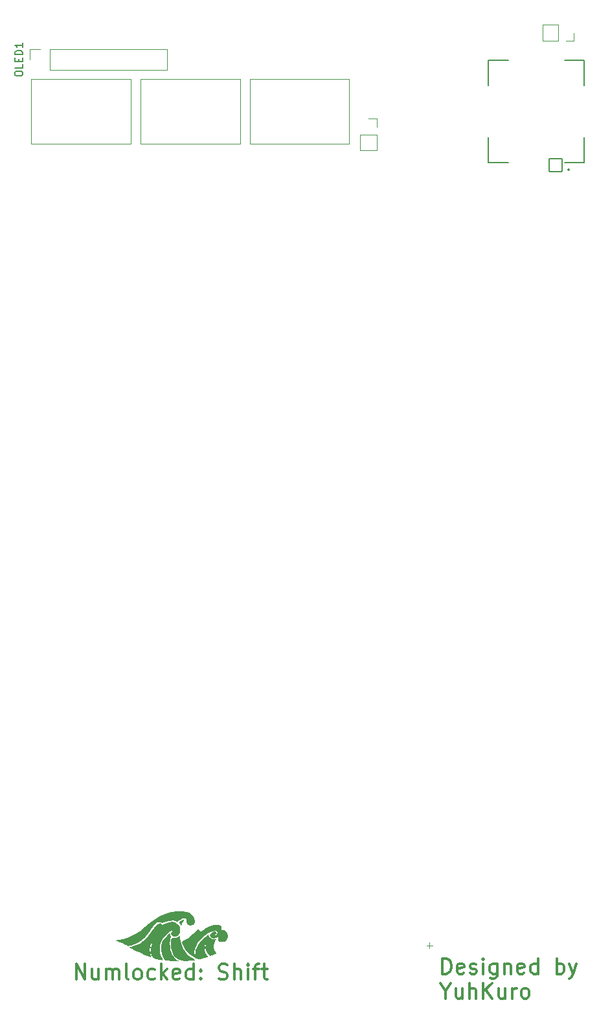
<source format=gbr>
%TF.GenerationSoftware,KiCad,Pcbnew,8.0.4*%
%TF.CreationDate,2024-10-18T15:11:06-05:00*%
%TF.ProjectId,numlocked_numpad,6e756d6c-6f63-46b6-9564-5f6e756d7061,rev?*%
%TF.SameCoordinates,Original*%
%TF.FileFunction,Legend,Top*%
%TF.FilePolarity,Positive*%
%FSLAX46Y46*%
G04 Gerber Fmt 4.6, Leading zero omitted, Abs format (unit mm)*
G04 Created by KiCad (PCBNEW 8.0.4) date 2024-10-18 15:11:06*
%MOMM*%
%LPD*%
G01*
G04 APERTURE LIST*
G04 Aperture macros list*
%AMRoundRect*
0 Rectangle with rounded corners*
0 $1 Rounding radius*
0 $2 $3 $4 $5 $6 $7 $8 $9 X,Y pos of 4 corners*
0 Add a 4 corners polygon primitive as box body*
4,1,4,$2,$3,$4,$5,$6,$7,$8,$9,$2,$3,0*
0 Add four circle primitives for the rounded corners*
1,1,$1+$1,$2,$3*
1,1,$1+$1,$4,$5*
1,1,$1+$1,$6,$7*
1,1,$1+$1,$8,$9*
0 Add four rect primitives between the rounded corners*
20,1,$1+$1,$2,$3,$4,$5,0*
20,1,$1+$1,$4,$5,$6,$7,0*
20,1,$1+$1,$6,$7,$8,$9,0*
20,1,$1+$1,$8,$9,$2,$3,0*%
G04 Aperture macros list end*
%ADD10C,0.300000*%
%ADD11C,0.150000*%
%ADD12C,0.100000*%
%ADD13C,0.127000*%
%ADD14C,0.200000*%
%ADD15C,0.120000*%
%ADD16C,0.000000*%
%ADD17RoundRect,0.102000X0.825000X0.825000X-0.825000X0.825000X-0.825000X-0.825000X0.825000X-0.825000X0*%
%ADD18C,1.854000*%
%ADD19O,3.204000X6.204000*%
%ADD20C,1.700000*%
%ADD21C,3.000000*%
%ADD22C,4.000000*%
%ADD23C,1.100000*%
%ADD24R,1.350000X1.350000*%
%ADD25O,1.350000X1.350000*%
%ADD26C,4.400000*%
%ADD27C,1.800000*%
%ADD28R,1.700000X1.700000*%
%ADD29O,1.700000X1.700000*%
%ADD30C,3.050000*%
%ADD31C,1.450000*%
%ADD32C,2.150000*%
%ADD33C,1.200000*%
G04 APERTURE END LIST*
D10*
X98573558Y-176939638D02*
X98573558Y-174939638D01*
X98573558Y-174939638D02*
X99716415Y-176939638D01*
X99716415Y-176939638D02*
X99716415Y-174939638D01*
X101525939Y-175606304D02*
X101525939Y-176939638D01*
X100668796Y-175606304D02*
X100668796Y-176653923D01*
X100668796Y-176653923D02*
X100764034Y-176844400D01*
X100764034Y-176844400D02*
X100954510Y-176939638D01*
X100954510Y-176939638D02*
X101240225Y-176939638D01*
X101240225Y-176939638D02*
X101430701Y-176844400D01*
X101430701Y-176844400D02*
X101525939Y-176749161D01*
X102478320Y-176939638D02*
X102478320Y-175606304D01*
X102478320Y-175796780D02*
X102573558Y-175701542D01*
X102573558Y-175701542D02*
X102764034Y-175606304D01*
X102764034Y-175606304D02*
X103049749Y-175606304D01*
X103049749Y-175606304D02*
X103240225Y-175701542D01*
X103240225Y-175701542D02*
X103335463Y-175892019D01*
X103335463Y-175892019D02*
X103335463Y-176939638D01*
X103335463Y-175892019D02*
X103430701Y-175701542D01*
X103430701Y-175701542D02*
X103621177Y-175606304D01*
X103621177Y-175606304D02*
X103906891Y-175606304D01*
X103906891Y-175606304D02*
X104097368Y-175701542D01*
X104097368Y-175701542D02*
X104192606Y-175892019D01*
X104192606Y-175892019D02*
X104192606Y-176939638D01*
X105430701Y-176939638D02*
X105240225Y-176844400D01*
X105240225Y-176844400D02*
X105144987Y-176653923D01*
X105144987Y-176653923D02*
X105144987Y-174939638D01*
X106478320Y-176939638D02*
X106287844Y-176844400D01*
X106287844Y-176844400D02*
X106192606Y-176749161D01*
X106192606Y-176749161D02*
X106097368Y-176558685D01*
X106097368Y-176558685D02*
X106097368Y-175987257D01*
X106097368Y-175987257D02*
X106192606Y-175796780D01*
X106192606Y-175796780D02*
X106287844Y-175701542D01*
X106287844Y-175701542D02*
X106478320Y-175606304D01*
X106478320Y-175606304D02*
X106764035Y-175606304D01*
X106764035Y-175606304D02*
X106954511Y-175701542D01*
X106954511Y-175701542D02*
X107049749Y-175796780D01*
X107049749Y-175796780D02*
X107144987Y-175987257D01*
X107144987Y-175987257D02*
X107144987Y-176558685D01*
X107144987Y-176558685D02*
X107049749Y-176749161D01*
X107049749Y-176749161D02*
X106954511Y-176844400D01*
X106954511Y-176844400D02*
X106764035Y-176939638D01*
X106764035Y-176939638D02*
X106478320Y-176939638D01*
X108859273Y-176844400D02*
X108668797Y-176939638D01*
X108668797Y-176939638D02*
X108287844Y-176939638D01*
X108287844Y-176939638D02*
X108097368Y-176844400D01*
X108097368Y-176844400D02*
X108002130Y-176749161D01*
X108002130Y-176749161D02*
X107906892Y-176558685D01*
X107906892Y-176558685D02*
X107906892Y-175987257D01*
X107906892Y-175987257D02*
X108002130Y-175796780D01*
X108002130Y-175796780D02*
X108097368Y-175701542D01*
X108097368Y-175701542D02*
X108287844Y-175606304D01*
X108287844Y-175606304D02*
X108668797Y-175606304D01*
X108668797Y-175606304D02*
X108859273Y-175701542D01*
X109716416Y-176939638D02*
X109716416Y-174939638D01*
X109906892Y-176177733D02*
X110478321Y-176939638D01*
X110478321Y-175606304D02*
X109716416Y-176368209D01*
X112097369Y-176844400D02*
X111906893Y-176939638D01*
X111906893Y-176939638D02*
X111525940Y-176939638D01*
X111525940Y-176939638D02*
X111335464Y-176844400D01*
X111335464Y-176844400D02*
X111240226Y-176653923D01*
X111240226Y-176653923D02*
X111240226Y-175892019D01*
X111240226Y-175892019D02*
X111335464Y-175701542D01*
X111335464Y-175701542D02*
X111525940Y-175606304D01*
X111525940Y-175606304D02*
X111906893Y-175606304D01*
X111906893Y-175606304D02*
X112097369Y-175701542D01*
X112097369Y-175701542D02*
X112192607Y-175892019D01*
X112192607Y-175892019D02*
X112192607Y-176082495D01*
X112192607Y-176082495D02*
X111240226Y-176272971D01*
X113906893Y-176939638D02*
X113906893Y-174939638D01*
X113906893Y-176844400D02*
X113716417Y-176939638D01*
X113716417Y-176939638D02*
X113335464Y-176939638D01*
X113335464Y-176939638D02*
X113144988Y-176844400D01*
X113144988Y-176844400D02*
X113049750Y-176749161D01*
X113049750Y-176749161D02*
X112954512Y-176558685D01*
X112954512Y-176558685D02*
X112954512Y-175987257D01*
X112954512Y-175987257D02*
X113049750Y-175796780D01*
X113049750Y-175796780D02*
X113144988Y-175701542D01*
X113144988Y-175701542D02*
X113335464Y-175606304D01*
X113335464Y-175606304D02*
X113716417Y-175606304D01*
X113716417Y-175606304D02*
X113906893Y-175701542D01*
X114859274Y-176749161D02*
X114954512Y-176844400D01*
X114954512Y-176844400D02*
X114859274Y-176939638D01*
X114859274Y-176939638D02*
X114764036Y-176844400D01*
X114764036Y-176844400D02*
X114859274Y-176749161D01*
X114859274Y-176749161D02*
X114859274Y-176939638D01*
X114859274Y-175701542D02*
X114954512Y-175796780D01*
X114954512Y-175796780D02*
X114859274Y-175892019D01*
X114859274Y-175892019D02*
X114764036Y-175796780D01*
X114764036Y-175796780D02*
X114859274Y-175701542D01*
X114859274Y-175701542D02*
X114859274Y-175892019D01*
X117240227Y-176844400D02*
X117525941Y-176939638D01*
X117525941Y-176939638D02*
X118002132Y-176939638D01*
X118002132Y-176939638D02*
X118192608Y-176844400D01*
X118192608Y-176844400D02*
X118287846Y-176749161D01*
X118287846Y-176749161D02*
X118383084Y-176558685D01*
X118383084Y-176558685D02*
X118383084Y-176368209D01*
X118383084Y-176368209D02*
X118287846Y-176177733D01*
X118287846Y-176177733D02*
X118192608Y-176082495D01*
X118192608Y-176082495D02*
X118002132Y-175987257D01*
X118002132Y-175987257D02*
X117621179Y-175892019D01*
X117621179Y-175892019D02*
X117430703Y-175796780D01*
X117430703Y-175796780D02*
X117335465Y-175701542D01*
X117335465Y-175701542D02*
X117240227Y-175511066D01*
X117240227Y-175511066D02*
X117240227Y-175320590D01*
X117240227Y-175320590D02*
X117335465Y-175130114D01*
X117335465Y-175130114D02*
X117430703Y-175034876D01*
X117430703Y-175034876D02*
X117621179Y-174939638D01*
X117621179Y-174939638D02*
X118097370Y-174939638D01*
X118097370Y-174939638D02*
X118383084Y-175034876D01*
X119240227Y-176939638D02*
X119240227Y-174939638D01*
X120097370Y-176939638D02*
X120097370Y-175892019D01*
X120097370Y-175892019D02*
X120002132Y-175701542D01*
X120002132Y-175701542D02*
X119811656Y-175606304D01*
X119811656Y-175606304D02*
X119525941Y-175606304D01*
X119525941Y-175606304D02*
X119335465Y-175701542D01*
X119335465Y-175701542D02*
X119240227Y-175796780D01*
X121049751Y-176939638D02*
X121049751Y-175606304D01*
X121049751Y-174939638D02*
X120954513Y-175034876D01*
X120954513Y-175034876D02*
X121049751Y-175130114D01*
X121049751Y-175130114D02*
X121144989Y-175034876D01*
X121144989Y-175034876D02*
X121049751Y-174939638D01*
X121049751Y-174939638D02*
X121049751Y-175130114D01*
X121716418Y-175606304D02*
X122478322Y-175606304D01*
X122002132Y-176939638D02*
X122002132Y-175225352D01*
X122002132Y-175225352D02*
X122097370Y-175034876D01*
X122097370Y-175034876D02*
X122287846Y-174939638D01*
X122287846Y-174939638D02*
X122478322Y-174939638D01*
X122859275Y-175606304D02*
X123621179Y-175606304D01*
X123144989Y-174939638D02*
X123144989Y-176653923D01*
X123144989Y-176653923D02*
X123240227Y-176844400D01*
X123240227Y-176844400D02*
X123430703Y-176939638D01*
X123430703Y-176939638D02*
X123621179Y-176939638D01*
X146473558Y-176219750D02*
X146473558Y-174219750D01*
X146473558Y-174219750D02*
X146949748Y-174219750D01*
X146949748Y-174219750D02*
X147235463Y-174314988D01*
X147235463Y-174314988D02*
X147425939Y-174505464D01*
X147425939Y-174505464D02*
X147521177Y-174695940D01*
X147521177Y-174695940D02*
X147616415Y-175076892D01*
X147616415Y-175076892D02*
X147616415Y-175362607D01*
X147616415Y-175362607D02*
X147521177Y-175743559D01*
X147521177Y-175743559D02*
X147425939Y-175934035D01*
X147425939Y-175934035D02*
X147235463Y-176124512D01*
X147235463Y-176124512D02*
X146949748Y-176219750D01*
X146949748Y-176219750D02*
X146473558Y-176219750D01*
X149235463Y-176124512D02*
X149044987Y-176219750D01*
X149044987Y-176219750D02*
X148664034Y-176219750D01*
X148664034Y-176219750D02*
X148473558Y-176124512D01*
X148473558Y-176124512D02*
X148378320Y-175934035D01*
X148378320Y-175934035D02*
X148378320Y-175172131D01*
X148378320Y-175172131D02*
X148473558Y-174981654D01*
X148473558Y-174981654D02*
X148664034Y-174886416D01*
X148664034Y-174886416D02*
X149044987Y-174886416D01*
X149044987Y-174886416D02*
X149235463Y-174981654D01*
X149235463Y-174981654D02*
X149330701Y-175172131D01*
X149330701Y-175172131D02*
X149330701Y-175362607D01*
X149330701Y-175362607D02*
X148378320Y-175553083D01*
X150092606Y-176124512D02*
X150283082Y-176219750D01*
X150283082Y-176219750D02*
X150664034Y-176219750D01*
X150664034Y-176219750D02*
X150854511Y-176124512D01*
X150854511Y-176124512D02*
X150949749Y-175934035D01*
X150949749Y-175934035D02*
X150949749Y-175838797D01*
X150949749Y-175838797D02*
X150854511Y-175648321D01*
X150854511Y-175648321D02*
X150664034Y-175553083D01*
X150664034Y-175553083D02*
X150378320Y-175553083D01*
X150378320Y-175553083D02*
X150187844Y-175457845D01*
X150187844Y-175457845D02*
X150092606Y-175267369D01*
X150092606Y-175267369D02*
X150092606Y-175172131D01*
X150092606Y-175172131D02*
X150187844Y-174981654D01*
X150187844Y-174981654D02*
X150378320Y-174886416D01*
X150378320Y-174886416D02*
X150664034Y-174886416D01*
X150664034Y-174886416D02*
X150854511Y-174981654D01*
X151806892Y-176219750D02*
X151806892Y-174886416D01*
X151806892Y-174219750D02*
X151711654Y-174314988D01*
X151711654Y-174314988D02*
X151806892Y-174410226D01*
X151806892Y-174410226D02*
X151902130Y-174314988D01*
X151902130Y-174314988D02*
X151806892Y-174219750D01*
X151806892Y-174219750D02*
X151806892Y-174410226D01*
X153616416Y-174886416D02*
X153616416Y-176505464D01*
X153616416Y-176505464D02*
X153521178Y-176695940D01*
X153521178Y-176695940D02*
X153425940Y-176791178D01*
X153425940Y-176791178D02*
X153235463Y-176886416D01*
X153235463Y-176886416D02*
X152949749Y-176886416D01*
X152949749Y-176886416D02*
X152759273Y-176791178D01*
X153616416Y-176124512D02*
X153425940Y-176219750D01*
X153425940Y-176219750D02*
X153044987Y-176219750D01*
X153044987Y-176219750D02*
X152854511Y-176124512D01*
X152854511Y-176124512D02*
X152759273Y-176029273D01*
X152759273Y-176029273D02*
X152664035Y-175838797D01*
X152664035Y-175838797D02*
X152664035Y-175267369D01*
X152664035Y-175267369D02*
X152759273Y-175076892D01*
X152759273Y-175076892D02*
X152854511Y-174981654D01*
X152854511Y-174981654D02*
X153044987Y-174886416D01*
X153044987Y-174886416D02*
X153425940Y-174886416D01*
X153425940Y-174886416D02*
X153616416Y-174981654D01*
X154568797Y-174886416D02*
X154568797Y-176219750D01*
X154568797Y-175076892D02*
X154664035Y-174981654D01*
X154664035Y-174981654D02*
X154854511Y-174886416D01*
X154854511Y-174886416D02*
X155140226Y-174886416D01*
X155140226Y-174886416D02*
X155330702Y-174981654D01*
X155330702Y-174981654D02*
X155425940Y-175172131D01*
X155425940Y-175172131D02*
X155425940Y-176219750D01*
X157140226Y-176124512D02*
X156949750Y-176219750D01*
X156949750Y-176219750D02*
X156568797Y-176219750D01*
X156568797Y-176219750D02*
X156378321Y-176124512D01*
X156378321Y-176124512D02*
X156283083Y-175934035D01*
X156283083Y-175934035D02*
X156283083Y-175172131D01*
X156283083Y-175172131D02*
X156378321Y-174981654D01*
X156378321Y-174981654D02*
X156568797Y-174886416D01*
X156568797Y-174886416D02*
X156949750Y-174886416D01*
X156949750Y-174886416D02*
X157140226Y-174981654D01*
X157140226Y-174981654D02*
X157235464Y-175172131D01*
X157235464Y-175172131D02*
X157235464Y-175362607D01*
X157235464Y-175362607D02*
X156283083Y-175553083D01*
X158949750Y-176219750D02*
X158949750Y-174219750D01*
X158949750Y-176124512D02*
X158759274Y-176219750D01*
X158759274Y-176219750D02*
X158378321Y-176219750D01*
X158378321Y-176219750D02*
X158187845Y-176124512D01*
X158187845Y-176124512D02*
X158092607Y-176029273D01*
X158092607Y-176029273D02*
X157997369Y-175838797D01*
X157997369Y-175838797D02*
X157997369Y-175267369D01*
X157997369Y-175267369D02*
X158092607Y-175076892D01*
X158092607Y-175076892D02*
X158187845Y-174981654D01*
X158187845Y-174981654D02*
X158378321Y-174886416D01*
X158378321Y-174886416D02*
X158759274Y-174886416D01*
X158759274Y-174886416D02*
X158949750Y-174981654D01*
X161425941Y-176219750D02*
X161425941Y-174219750D01*
X161425941Y-174981654D02*
X161616417Y-174886416D01*
X161616417Y-174886416D02*
X161997370Y-174886416D01*
X161997370Y-174886416D02*
X162187846Y-174981654D01*
X162187846Y-174981654D02*
X162283084Y-175076892D01*
X162283084Y-175076892D02*
X162378322Y-175267369D01*
X162378322Y-175267369D02*
X162378322Y-175838797D01*
X162378322Y-175838797D02*
X162283084Y-176029273D01*
X162283084Y-176029273D02*
X162187846Y-176124512D01*
X162187846Y-176124512D02*
X161997370Y-176219750D01*
X161997370Y-176219750D02*
X161616417Y-176219750D01*
X161616417Y-176219750D02*
X161425941Y-176124512D01*
X163044989Y-174886416D02*
X163521179Y-176219750D01*
X163997370Y-174886416D02*
X163521179Y-176219750D01*
X163521179Y-176219750D02*
X163330703Y-176695940D01*
X163330703Y-176695940D02*
X163235465Y-176791178D01*
X163235465Y-176791178D02*
X163044989Y-176886416D01*
X146854510Y-178487257D02*
X146854510Y-179439638D01*
X146187844Y-177439638D02*
X146854510Y-178487257D01*
X146854510Y-178487257D02*
X147521177Y-177439638D01*
X149044987Y-178106304D02*
X149044987Y-179439638D01*
X148187844Y-178106304D02*
X148187844Y-179153923D01*
X148187844Y-179153923D02*
X148283082Y-179344400D01*
X148283082Y-179344400D02*
X148473558Y-179439638D01*
X148473558Y-179439638D02*
X148759273Y-179439638D01*
X148759273Y-179439638D02*
X148949749Y-179344400D01*
X148949749Y-179344400D02*
X149044987Y-179249161D01*
X149997368Y-179439638D02*
X149997368Y-177439638D01*
X150854511Y-179439638D02*
X150854511Y-178392019D01*
X150854511Y-178392019D02*
X150759273Y-178201542D01*
X150759273Y-178201542D02*
X150568797Y-178106304D01*
X150568797Y-178106304D02*
X150283082Y-178106304D01*
X150283082Y-178106304D02*
X150092606Y-178201542D01*
X150092606Y-178201542D02*
X149997368Y-178296780D01*
X151806892Y-179439638D02*
X151806892Y-177439638D01*
X152949749Y-179439638D02*
X152092606Y-178296780D01*
X152949749Y-177439638D02*
X151806892Y-178582495D01*
X154664035Y-178106304D02*
X154664035Y-179439638D01*
X153806892Y-178106304D02*
X153806892Y-179153923D01*
X153806892Y-179153923D02*
X153902130Y-179344400D01*
X153902130Y-179344400D02*
X154092606Y-179439638D01*
X154092606Y-179439638D02*
X154378321Y-179439638D01*
X154378321Y-179439638D02*
X154568797Y-179344400D01*
X154568797Y-179344400D02*
X154664035Y-179249161D01*
X155616416Y-179439638D02*
X155616416Y-178106304D01*
X155616416Y-178487257D02*
X155711654Y-178296780D01*
X155711654Y-178296780D02*
X155806892Y-178201542D01*
X155806892Y-178201542D02*
X155997368Y-178106304D01*
X155997368Y-178106304D02*
X156187845Y-178106304D01*
X157140225Y-179439638D02*
X156949749Y-179344400D01*
X156949749Y-179344400D02*
X156854511Y-179249161D01*
X156854511Y-179249161D02*
X156759273Y-179058685D01*
X156759273Y-179058685D02*
X156759273Y-178487257D01*
X156759273Y-178487257D02*
X156854511Y-178296780D01*
X156854511Y-178296780D02*
X156949749Y-178201542D01*
X156949749Y-178201542D02*
X157140225Y-178106304D01*
X157140225Y-178106304D02*
X157425940Y-178106304D01*
X157425940Y-178106304D02*
X157616416Y-178201542D01*
X157616416Y-178201542D02*
X157711654Y-178296780D01*
X157711654Y-178296780D02*
X157806892Y-178487257D01*
X157806892Y-178487257D02*
X157806892Y-179058685D01*
X157806892Y-179058685D02*
X157711654Y-179249161D01*
X157711654Y-179249161D02*
X157616416Y-179344400D01*
X157616416Y-179344400D02*
X157425940Y-179439638D01*
X157425940Y-179439638D02*
X157140225Y-179439638D01*
D11*
X90564819Y-58628571D02*
X90564819Y-58438095D01*
X90564819Y-58438095D02*
X90612438Y-58342857D01*
X90612438Y-58342857D02*
X90707676Y-58247619D01*
X90707676Y-58247619D02*
X90898152Y-58200000D01*
X90898152Y-58200000D02*
X91231485Y-58200000D01*
X91231485Y-58200000D02*
X91421961Y-58247619D01*
X91421961Y-58247619D02*
X91517200Y-58342857D01*
X91517200Y-58342857D02*
X91564819Y-58438095D01*
X91564819Y-58438095D02*
X91564819Y-58628571D01*
X91564819Y-58628571D02*
X91517200Y-58723809D01*
X91517200Y-58723809D02*
X91421961Y-58819047D01*
X91421961Y-58819047D02*
X91231485Y-58866666D01*
X91231485Y-58866666D02*
X90898152Y-58866666D01*
X90898152Y-58866666D02*
X90707676Y-58819047D01*
X90707676Y-58819047D02*
X90612438Y-58723809D01*
X90612438Y-58723809D02*
X90564819Y-58628571D01*
X91564819Y-57295238D02*
X91564819Y-57771428D01*
X91564819Y-57771428D02*
X90564819Y-57771428D01*
X91041009Y-56961904D02*
X91041009Y-56628571D01*
X91564819Y-56485714D02*
X91564819Y-56961904D01*
X91564819Y-56961904D02*
X90564819Y-56961904D01*
X90564819Y-56961904D02*
X90564819Y-56485714D01*
X91564819Y-56057142D02*
X90564819Y-56057142D01*
X90564819Y-56057142D02*
X90564819Y-55819047D01*
X90564819Y-55819047D02*
X90612438Y-55676190D01*
X90612438Y-55676190D02*
X90707676Y-55580952D01*
X90707676Y-55580952D02*
X90802914Y-55533333D01*
X90802914Y-55533333D02*
X90993390Y-55485714D01*
X90993390Y-55485714D02*
X91136247Y-55485714D01*
X91136247Y-55485714D02*
X91326723Y-55533333D01*
X91326723Y-55533333D02*
X91421961Y-55580952D01*
X91421961Y-55580952D02*
X91517200Y-55676190D01*
X91517200Y-55676190D02*
X91564819Y-55819047D01*
X91564819Y-55819047D02*
X91564819Y-56057142D01*
X91564819Y-54533333D02*
X91564819Y-55104761D01*
X91564819Y-54819047D02*
X90564819Y-54819047D01*
X90564819Y-54819047D02*
X90707676Y-54914285D01*
X90707676Y-54914285D02*
X90802914Y-55009523D01*
X90802914Y-55009523D02*
X90850533Y-55104761D01*
D12*
X144403884Y-172491466D02*
X145165789Y-172491466D01*
X144784836Y-172872419D02*
X144784836Y-172110514D01*
D13*
%TO.C,MT1*%
X152500000Y-56800000D02*
X152500000Y-60100000D01*
X152500000Y-70200000D02*
X152500000Y-66900000D01*
X155050000Y-56800000D02*
X152500000Y-56800000D01*
X155050000Y-70200000D02*
X152500000Y-70200000D01*
X165000000Y-56800000D02*
X162450000Y-56800000D01*
X165000000Y-60100000D02*
X165000000Y-56800000D01*
X165000000Y-66900000D02*
X165000000Y-70200000D01*
X165000000Y-70200000D02*
X162450000Y-70200000D01*
D14*
X163050000Y-71100000D02*
G75*
G02*
X162850000Y-71100000I-100000J0D01*
G01*
X162850000Y-71100000D02*
G75*
G02*
X163050000Y-71100000I100000J0D01*
G01*
%TO.C,SW2*%
D12*
X92716350Y-59245500D02*
X105721150Y-59245500D01*
X105721150Y-67754500D01*
X92716350Y-67754500D01*
X92716350Y-59245500D01*
D15*
%TO.C,J6*%
X135740000Y-66500000D02*
X135740000Y-68560000D01*
X135740000Y-66500000D02*
X137860000Y-66500000D01*
X135740000Y-68560000D02*
X137860000Y-68560000D01*
X136800000Y-64440000D02*
X137860000Y-64440000D01*
X137860000Y-64440000D02*
X137860000Y-65500000D01*
X137860000Y-66500000D02*
X137860000Y-68560000D01*
%TO.C,J5*%
X159540000Y-52141000D02*
X159540000Y-54261000D01*
X161600000Y-52141000D02*
X159540000Y-52141000D01*
X161600000Y-52141000D02*
X161600000Y-54261000D01*
X161600000Y-54261000D02*
X159540000Y-54261000D01*
X163660000Y-53201000D02*
X163660000Y-54261000D01*
X163660000Y-54261000D02*
X162600000Y-54261000D01*
D16*
%TO.C,G\u002A\u002A\u002A*%
G36*
X112662856Y-169206921D02*
G01*
X112589415Y-169393028D01*
X112532527Y-169505238D01*
X112403994Y-169745767D01*
X112324919Y-169881293D01*
X112284157Y-169927971D01*
X112270565Y-169901954D01*
X112270107Y-169885648D01*
X112227838Y-169793105D01*
X112129011Y-169667949D01*
X112044437Y-169531617D01*
X112072861Y-169408935D01*
X112222126Y-169283519D01*
X112346477Y-169213654D01*
X112546085Y-169124598D01*
X112649979Y-169119899D01*
X112662856Y-169206921D01*
G37*
G36*
X110887005Y-171118420D02*
G01*
X110934655Y-171427238D01*
X110909232Y-171576566D01*
X110860161Y-171867894D01*
X110845967Y-172240840D01*
X110864608Y-172646681D01*
X110914043Y-173036698D01*
X110982829Y-173332791D01*
X111150530Y-173723368D01*
X111389680Y-174077279D01*
X111671925Y-174357860D01*
X111877694Y-174489891D01*
X112100773Y-174599836D01*
X111626640Y-174591230D01*
X111353131Y-174583307D01*
X111105619Y-174571091D01*
X110949307Y-174558378D01*
X110623335Y-174519534D01*
X110402312Y-174485522D01*
X110257203Y-174441190D01*
X110158971Y-174371387D01*
X110078580Y-174260963D01*
X109986996Y-174094765D01*
X109958093Y-174041148D01*
X109852821Y-173838416D01*
X109786157Y-173672238D01*
X109749332Y-173500386D01*
X109733575Y-173280634D01*
X109730115Y-172970757D01*
X109730107Y-172943454D01*
X109743925Y-172537632D01*
X109796198Y-172214859D01*
X109903155Y-171936165D01*
X110081024Y-171662581D01*
X110346034Y-171355137D01*
X110427554Y-171268681D01*
X110803253Y-170874800D01*
X110887005Y-171118420D01*
G37*
G36*
X112202373Y-171507898D02*
G01*
X112253871Y-171976247D01*
X112397377Y-172475180D01*
X112616413Y-172954155D01*
X112739965Y-173156809D01*
X113043575Y-173561370D01*
X113360492Y-173873233D01*
X113732511Y-174132140D01*
X113817055Y-174180979D01*
X113996351Y-174291518D01*
X114105427Y-174378222D01*
X114121855Y-174418979D01*
X114030093Y-174442085D01*
X113843058Y-174469809D01*
X113600538Y-174496290D01*
X113590907Y-174497180D01*
X113317934Y-174522803D01*
X113070743Y-174546982D01*
X112913573Y-174563329D01*
X112741299Y-174553105D01*
X112501589Y-174503506D01*
X112297115Y-174442043D01*
X111941833Y-174302259D01*
X111684929Y-174156749D01*
X111490591Y-173981224D01*
X111357145Y-173804442D01*
X111135931Y-173351851D01*
X111012997Y-172809909D01*
X110984832Y-172333854D01*
X110989387Y-171979586D01*
X111007219Y-171741038D01*
X111045018Y-171598622D01*
X111109475Y-171532754D01*
X111207281Y-171523844D01*
X111258701Y-171532133D01*
X111561089Y-171537336D01*
X111847135Y-171420283D01*
X111993953Y-171311853D01*
X112202373Y-171136478D01*
X112202373Y-171507898D01*
G37*
G36*
X112508481Y-168029114D02*
G01*
X112526392Y-168031116D01*
X112987408Y-168111493D01*
X113350838Y-168244047D01*
X113649452Y-168444083D01*
X113853561Y-168651073D01*
X114054840Y-168951312D01*
X114144729Y-169238979D01*
X114124078Y-169496134D01*
X113993735Y-169704836D01*
X113797777Y-169830552D01*
X113526715Y-169882934D01*
X113289069Y-169816501D01*
X113106807Y-169647423D01*
X113001899Y-169391866D01*
X112985245Y-169232577D01*
X112976566Y-169053648D01*
X112937721Y-168974529D01*
X112838237Y-168959563D01*
X112756554Y-168964970D01*
X112523851Y-169016227D01*
X112267492Y-169120110D01*
X112045482Y-169249737D01*
X111939814Y-169343497D01*
X111866482Y-169404484D01*
X111767481Y-169401234D01*
X111624787Y-169348448D01*
X111242589Y-169260320D01*
X110804766Y-169287674D01*
X110327970Y-169428511D01*
X110066308Y-169523352D01*
X109902124Y-169556668D01*
X109814406Y-169532593D01*
X109811804Y-169530111D01*
X109701229Y-169483300D01*
X109515699Y-169457162D01*
X109447885Y-169455187D01*
X109286926Y-169470804D01*
X109137175Y-169527125D01*
X108983685Y-169638358D01*
X108811512Y-169818711D01*
X108605709Y-170082392D01*
X108351332Y-170443607D01*
X108247945Y-170595871D01*
X108024717Y-170907885D01*
X107782105Y-171216480D01*
X107552646Y-171481720D01*
X107401279Y-171635070D01*
X107013043Y-171932261D01*
X106536818Y-172205724D01*
X106020073Y-172430151D01*
X105733840Y-172524076D01*
X105560200Y-172570403D01*
X105429676Y-172584060D01*
X105299552Y-172557425D01*
X105127113Y-172482878D01*
X104921040Y-172379047D01*
X104631415Y-172236178D01*
X104330795Y-172095966D01*
X104088200Y-171990426D01*
X103729493Y-171844055D01*
X104155933Y-171796414D01*
X104817556Y-171671315D01*
X105486055Y-171440514D01*
X106170778Y-171099118D01*
X106881071Y-170642234D01*
X107626280Y-170064969D01*
X107884676Y-169844411D01*
X108658570Y-169233761D01*
X109440118Y-168742851D01*
X110222601Y-168374307D01*
X110999302Y-168130754D01*
X111763501Y-168014814D01*
X112508481Y-168029114D01*
G37*
G36*
X111538034Y-169511885D02*
G01*
X111852003Y-169700413D01*
X112049743Y-169926066D01*
X112166988Y-170205892D01*
X112191024Y-170524562D01*
X112128490Y-170840125D01*
X111986027Y-171110629D01*
X111839806Y-171252464D01*
X111620597Y-171338650D01*
X111375313Y-171338165D01*
X111163455Y-171253997D01*
X111118640Y-171216254D01*
X111004097Y-171060994D01*
X111004166Y-170910322D01*
X111091682Y-170752811D01*
X111159170Y-170629374D01*
X111164520Y-170562223D01*
X111064551Y-170546793D01*
X110894480Y-170634085D01*
X110650936Y-170826348D01*
X110353472Y-171103359D01*
X110009001Y-171473567D01*
X109770500Y-171820944D01*
X109622044Y-172181764D01*
X109547713Y-172592304D01*
X109530926Y-172977320D01*
X109536548Y-173287254D01*
X109563189Y-173518512D01*
X109622538Y-173727563D01*
X109726283Y-173970878D01*
X109744715Y-174010254D01*
X109846020Y-174227984D01*
X109917834Y-174387451D01*
X109946993Y-174459298D01*
X109946682Y-174460653D01*
X109879054Y-174443644D01*
X109716436Y-174406187D01*
X109526907Y-174363711D01*
X109154001Y-174276703D01*
X108890384Y-174200224D01*
X108711943Y-174121241D01*
X108594565Y-174026721D01*
X108514137Y-173903632D01*
X108465617Y-173790121D01*
X108368644Y-173385988D01*
X108359531Y-172951033D01*
X108439415Y-172550122D01*
X108443673Y-172537967D01*
X108490847Y-172358592D01*
X108493749Y-172232909D01*
X108482758Y-172210878D01*
X108429159Y-172227228D01*
X108365429Y-172345011D01*
X108301533Y-172531690D01*
X108247436Y-172754730D01*
X108213104Y-172981597D01*
X108206107Y-173114088D01*
X108227787Y-173386419D01*
X108281757Y-173674675D01*
X108301078Y-173745489D01*
X108353929Y-173927520D01*
X108383316Y-174041538D01*
X108385570Y-174061054D01*
X108322154Y-174038500D01*
X108158439Y-173977405D01*
X107920657Y-173887615D01*
X107688240Y-173799268D01*
X107445494Y-173699976D01*
X107150958Y-173569199D01*
X106827671Y-173418413D01*
X106498670Y-173259095D01*
X106186996Y-173102719D01*
X105915686Y-172960763D01*
X105707778Y-172844703D01*
X105586312Y-172766015D01*
X105564507Y-172741369D01*
X105624755Y-172715082D01*
X105780445Y-172673544D01*
X105937892Y-172638477D01*
X106421189Y-172487647D01*
X106914130Y-172245695D01*
X107363480Y-171941485D01*
X107586370Y-171744705D01*
X107774786Y-171538547D01*
X108004388Y-171258372D01*
X108243339Y-170944263D01*
X108420556Y-170694427D01*
X108735497Y-170253978D01*
X109001494Y-169930831D01*
X109226291Y-169719256D01*
X109417632Y-169613520D01*
X109583261Y-169607892D01*
X109730922Y-169696639D01*
X109747040Y-169712574D01*
X109816698Y-169773633D01*
X109891629Y-169791858D01*
X110006725Y-169762515D01*
X110196877Y-169680870D01*
X110287114Y-169639295D01*
X110745092Y-169479618D01*
X111165565Y-169437717D01*
X111538034Y-169511885D01*
G37*
G36*
X117301197Y-169820818D02*
G01*
X117442308Y-169883263D01*
X117455481Y-169891698D01*
X117575496Y-169993272D01*
X117606914Y-170114538D01*
X117590556Y-170239910D01*
X117571592Y-170395810D01*
X117606168Y-170459977D01*
X117689068Y-170471187D01*
X117951025Y-170532614D01*
X118189222Y-170693690D01*
X118365529Y-170919608D01*
X118440513Y-171157178D01*
X118443786Y-171425775D01*
X118383874Y-171622456D01*
X118243031Y-171802925D01*
X118230860Y-171815214D01*
X117998975Y-171985249D01*
X117755010Y-172065332D01*
X117523711Y-172063216D01*
X117329826Y-171986654D01*
X117198103Y-171843399D01*
X117153289Y-171641203D01*
X117181046Y-171486328D01*
X117205763Y-171389677D01*
X117171109Y-171381885D01*
X117053247Y-171454346D01*
X116814004Y-171546039D01*
X116535396Y-171562174D01*
X116288907Y-171499088D01*
X116279164Y-171494032D01*
X116126370Y-171352705D01*
X116086717Y-171173880D01*
X116155306Y-170986527D01*
X116327236Y-170819613D01*
X116400484Y-170776688D01*
X116618435Y-170688790D01*
X116771802Y-170695535D01*
X116882416Y-170783750D01*
X116931142Y-170874241D01*
X116885969Y-170958802D01*
X116813381Y-171022511D01*
X116706236Y-171135661D01*
X116705034Y-171196903D01*
X116801769Y-171184366D01*
X116862204Y-171155890D01*
X117013055Y-171016482D01*
X117051371Y-170845961D01*
X116976299Y-170683798D01*
X116874072Y-170605636D01*
X116706555Y-170584555D01*
X116461174Y-170643409D01*
X116160052Y-170770734D01*
X115825312Y-170955068D01*
X115479078Y-171184946D01*
X115143474Y-171448907D01*
X115001873Y-171575700D01*
X114721813Y-171879757D01*
X114475595Y-172226536D01*
X114273778Y-172591508D01*
X114126918Y-172950145D01*
X114045574Y-173277920D01*
X114040302Y-173550303D01*
X114088790Y-173697070D01*
X114133836Y-173753725D01*
X114157023Y-173711285D01*
X114165698Y-173552859D01*
X114166188Y-173519187D01*
X114231375Y-173096956D01*
X114406779Y-172650639D01*
X114676658Y-172206009D01*
X115025270Y-171788840D01*
X115436876Y-171424904D01*
X115452329Y-171413373D01*
X115891352Y-171087805D01*
X115980669Y-171311740D01*
X116140461Y-171546939D01*
X116386012Y-171680922D01*
X116642418Y-171710416D01*
X116797706Y-171708619D01*
X116874054Y-171712850D01*
X116875690Y-171714025D01*
X116847656Y-171774587D01*
X116775658Y-171920013D01*
X116706357Y-172057466D01*
X116561343Y-172447058D01*
X116544487Y-172800078D01*
X116656933Y-173127060D01*
X116850885Y-173387951D01*
X117012444Y-173561514D01*
X116566410Y-173718978D01*
X116120375Y-173876441D01*
X115939374Y-173741534D01*
X115683717Y-173470950D01*
X115535255Y-173131866D01*
X115501128Y-172747108D01*
X115544604Y-172479625D01*
X115565884Y-172344178D01*
X115525589Y-172310829D01*
X115507328Y-172315336D01*
X115442444Y-172393892D01*
X115381116Y-172558606D01*
X115361218Y-172643699D01*
X115347963Y-173047538D01*
X115457259Y-173435676D01*
X115656650Y-173745765D01*
X115854026Y-173970564D01*
X115399800Y-174115595D01*
X115071813Y-174216735D01*
X114837040Y-174275475D01*
X114660995Y-174294622D01*
X114509191Y-174276984D01*
X114347142Y-174225367D01*
X114295847Y-174205450D01*
X113756961Y-173922326D01*
X113274058Y-173531168D01*
X112873258Y-173056075D01*
X112660567Y-172696619D01*
X112517705Y-172401247D01*
X112442870Y-172197355D01*
X112442182Y-172055929D01*
X112521763Y-171947955D01*
X112687732Y-171844421D01*
X112858315Y-171759184D01*
X113138923Y-171601951D01*
X113408273Y-171402335D01*
X113701809Y-171132442D01*
X113862649Y-170968758D01*
X114087321Y-170744507D01*
X114287709Y-170562351D01*
X114440714Y-170442179D01*
X114519208Y-170403454D01*
X114640479Y-170454842D01*
X114739269Y-170555043D01*
X114842662Y-170656848D01*
X114934333Y-170639710D01*
X115519074Y-170252227D01*
X116084796Y-169988199D01*
X116648243Y-169840421D01*
X116851892Y-169814464D01*
X117119686Y-169799842D01*
X117301197Y-169820818D01*
G37*
D15*
%TO.C,OLED1*%
X92550000Y-55370000D02*
X93880000Y-55370000D01*
X92550000Y-56700000D02*
X92550000Y-55370000D01*
X95150000Y-55370000D02*
X110450000Y-55370000D01*
X95150000Y-58030000D02*
X95150000Y-55370000D01*
X95150000Y-58030000D02*
X110450000Y-58030000D01*
X110450000Y-58030000D02*
X110450000Y-55370000D01*
%TO.C,SW3*%
D12*
X107003850Y-59245500D02*
X120008650Y-59245500D01*
X120008650Y-67754500D01*
X107003850Y-67754500D01*
X107003850Y-59245500D01*
%TO.C,SW4*%
X121291350Y-59245500D02*
X134296150Y-59245500D01*
X134296150Y-67754500D01*
X121291350Y-67754500D01*
X121291350Y-59245500D01*
%TD*%
%LPC*%
D17*
%TO.C,MT1*%
X161250000Y-70500000D03*
D18*
X156250000Y-70500000D03*
X161250000Y-56000000D03*
X156250000Y-56000000D03*
X158750000Y-56000000D03*
D19*
X164450000Y-63500000D03*
X153050000Y-63500000D03*
%TD*%
D20*
%TO.C,S9*%
X115570000Y-106362500D03*
D21*
X116840000Y-103822500D03*
D22*
X120650000Y-106362500D03*
D21*
X123190000Y-101282500D03*
D20*
X125730000Y-106362500D03*
%TD*%
D23*
%TO.C,SW2*%
X94218750Y-61000000D03*
X96718750Y-61000000D03*
X101718750Y-61000000D03*
X104218750Y-61000000D03*
X94218750Y-66000000D03*
X94218750Y-63500000D03*
X96718750Y-63500000D03*
X96718750Y-66000000D03*
X101718750Y-63500000D03*
X101718750Y-66000000D03*
X104218750Y-63500000D03*
X104218750Y-66000000D03*
%TD*%
D20*
%TO.C,S2*%
X96520000Y-106362500D03*
D21*
X97790000Y-103822500D03*
D22*
X101600000Y-106362500D03*
D21*
X104140000Y-101282500D03*
D20*
X106680000Y-106362500D03*
%TD*%
D24*
%TO.C,J6*%
X136800000Y-65500000D03*
D25*
X136800000Y-67500000D03*
%TD*%
D20*
%TO.C,S17*%
X134620000Y-106362500D03*
D21*
X135890000Y-103822500D03*
D22*
X139700000Y-106362500D03*
D21*
X142240000Y-101282500D03*
D20*
X144780000Y-106362500D03*
%TD*%
D26*
%TO.C,H5*%
X166656250Y-49500000D03*
%TD*%
D24*
%TO.C,J5*%
X162600000Y-53201000D03*
D25*
X160600000Y-53201000D03*
%TD*%
D20*
%TO.C,S8*%
X125730000Y-87312500D03*
D21*
X124460000Y-89852500D03*
D22*
X120650000Y-87312500D03*
D21*
X118110000Y-92392500D03*
D20*
X115570000Y-87312500D03*
%TD*%
D27*
%TO.C,J3*%
X167537500Y-91230000D03*
X167537500Y-93730000D03*
X167537500Y-96230000D03*
X167537500Y-98730000D03*
%TD*%
D20*
%TO.C,S6*%
X96520000Y-144462500D03*
D21*
X97790000Y-141922500D03*
D22*
X101600000Y-144462500D03*
D21*
X104140000Y-139382500D03*
D20*
X106680000Y-144462500D03*
%TD*%
%TO.C,S3*%
X96520000Y-125412500D03*
D21*
X97790000Y-122872500D03*
D22*
X101600000Y-125412500D03*
D21*
X104140000Y-120332500D03*
D20*
X106680000Y-125412500D03*
%TD*%
D28*
%TO.C,OLED1*%
X93880000Y-56700000D03*
D29*
X96420000Y-56700000D03*
X98960000Y-56700000D03*
X101500000Y-56700000D03*
X104040000Y-56700000D03*
X106580000Y-56700000D03*
X109120000Y-56700000D03*
%TD*%
D20*
%TO.C,S12*%
X134620000Y-163512500D03*
D21*
X135890000Y-160972500D03*
D22*
X139700000Y-163512500D03*
D21*
X142240000Y-158432500D03*
D20*
X144780000Y-163512500D03*
%TD*%
D27*
%TO.C,J4*%
X167537500Y-131110000D03*
X167537500Y-133610000D03*
X167537500Y-136110000D03*
X167537500Y-138610000D03*
%TD*%
D26*
%TO.C,H4*%
X166656250Y-176220900D03*
%TD*%
D20*
%TO.C,S11*%
X115570000Y-144462500D03*
D21*
X116840000Y-141922500D03*
D22*
X120650000Y-144462500D03*
D21*
X123190000Y-139382500D03*
D20*
X125730000Y-144462500D03*
%TD*%
D26*
%TO.C,H2*%
X93693750Y-176220900D03*
%TD*%
%TO.C,H6*%
X120650000Y-150181250D03*
%TD*%
D20*
%TO.C,S10*%
X115570000Y-125412500D03*
D21*
X116840000Y-122872500D03*
D22*
X120650000Y-125412500D03*
D21*
X123190000Y-120332500D03*
D20*
X125730000Y-125412500D03*
%TD*%
D26*
%TO.C,H1*%
X104300000Y-70900000D03*
%TD*%
D20*
%TO.C,S16*%
X153670000Y-87312500D03*
D21*
X154940000Y-84772500D03*
D22*
X158750000Y-87312500D03*
D21*
X161290000Y-82232500D03*
D20*
X163830000Y-87312500D03*
%TD*%
D30*
%TO.C,S15*%
X151750000Y-103987500D03*
X151750000Y-127787500D03*
D20*
X153670000Y-115887500D03*
D21*
X154940000Y-113347500D03*
D22*
X158750000Y-115887500D03*
D21*
X161290000Y-110807500D03*
D20*
X163830000Y-115887500D03*
D22*
X166990000Y-103987500D03*
X166990000Y-127787500D03*
%TD*%
D20*
%TO.C,S1*%
X106680000Y-87312500D03*
D21*
X105410000Y-89852500D03*
D22*
X101600000Y-87312500D03*
D21*
X99060000Y-92392500D03*
D20*
X96520000Y-87312500D03*
%TD*%
%TO.C,S18*%
X134620000Y-125412500D03*
D21*
X135890000Y-122872500D03*
D22*
X139700000Y-125412500D03*
D21*
X142240000Y-120332500D03*
D20*
X144780000Y-125412500D03*
%TD*%
%TO.C,S19*%
X134620000Y-144462500D03*
D21*
X135890000Y-141922500D03*
D22*
X139700000Y-144462500D03*
D21*
X142240000Y-139382500D03*
D20*
X144780000Y-144462500D03*
%TD*%
D31*
%TO.C,SW1*%
X116994000Y-43437500D03*
X112994000Y-43437500D03*
X110994000Y-43437500D03*
X108994000Y-43437500D03*
D32*
X119294000Y-43437500D03*
X106694000Y-43437500D03*
%TD*%
D30*
%TO.C,S7*%
X99225000Y-156512500D03*
D22*
X99225000Y-171752500D03*
D20*
X106045000Y-163512500D03*
D21*
X107315000Y-160972500D03*
D22*
X111125000Y-163512500D03*
D21*
X113665000Y-158432500D03*
D20*
X116205000Y-163512500D03*
D30*
X123025000Y-156512500D03*
D22*
X123025000Y-171752500D03*
%TD*%
D23*
%TO.C,SW3*%
X108506250Y-61000000D03*
X111006250Y-61000000D03*
X116006250Y-61000000D03*
X118506250Y-61000000D03*
X108506250Y-66000000D03*
X108506250Y-63500000D03*
X111006250Y-63500000D03*
X111006250Y-66000000D03*
X116006250Y-63500000D03*
X116006250Y-66000000D03*
X118506250Y-63500000D03*
X118506250Y-66000000D03*
%TD*%
D30*
%TO.C,S20*%
X151750000Y-142087500D03*
X151750000Y-165887500D03*
D20*
X153670000Y-153987500D03*
D21*
X154940000Y-151447500D03*
D22*
X158750000Y-153987500D03*
D21*
X161290000Y-148907500D03*
D20*
X163830000Y-153987500D03*
D22*
X166990000Y-142087500D03*
X166990000Y-165887500D03*
%TD*%
D20*
%TO.C,S14*%
X144780000Y-87312500D03*
D21*
X143510000Y-89852500D03*
D22*
X139700000Y-87312500D03*
D21*
X137160000Y-92392500D03*
D20*
X134620000Y-87312500D03*
%TD*%
D23*
%TO.C,SW4*%
X122793750Y-61000000D03*
X125293750Y-61000000D03*
X130293750Y-61000000D03*
X132793750Y-61000000D03*
X122793750Y-66000000D03*
X122793750Y-63500000D03*
X125293750Y-63500000D03*
X125293750Y-66000000D03*
X130293750Y-63500000D03*
X130293750Y-66000000D03*
X132793750Y-63500000D03*
X132793750Y-66000000D03*
%TD*%
D33*
%TO.C,BT1*%
X148500000Y-172500000D03*
X141000000Y-172500000D03*
%TD*%
D27*
%TO.C,J2*%
X92812500Y-131110000D03*
X92812500Y-133610000D03*
X92812500Y-136110000D03*
X92812500Y-138610000D03*
%TD*%
%TO.C,J1*%
X92812500Y-91230000D03*
X92812500Y-93730000D03*
X92812500Y-96230000D03*
X92812500Y-98730000D03*
%TD*%
%LPD*%
M02*

</source>
